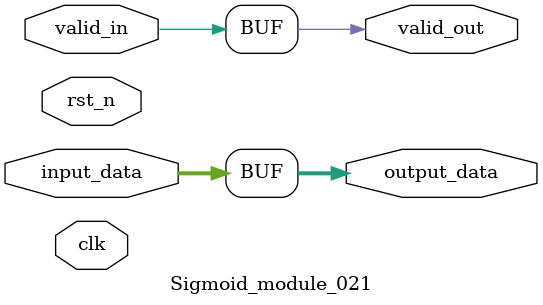
<source format=v>

module Sigmoid_module_021 (
    input clk,
    input rst_n,
    input valid_in,
    output valid_out,
    // Add specific ports based on operator type
    input [31:0] input_data,
    output [31:0] output_data
);

    // Module implementation would go here
    // This is a template - actual implementation depends on the operator
    
        // Generic operator implementation
    assign output_data = input_data; // Placeholder
    assign valid_out = valid_in;

endmodule

</source>
